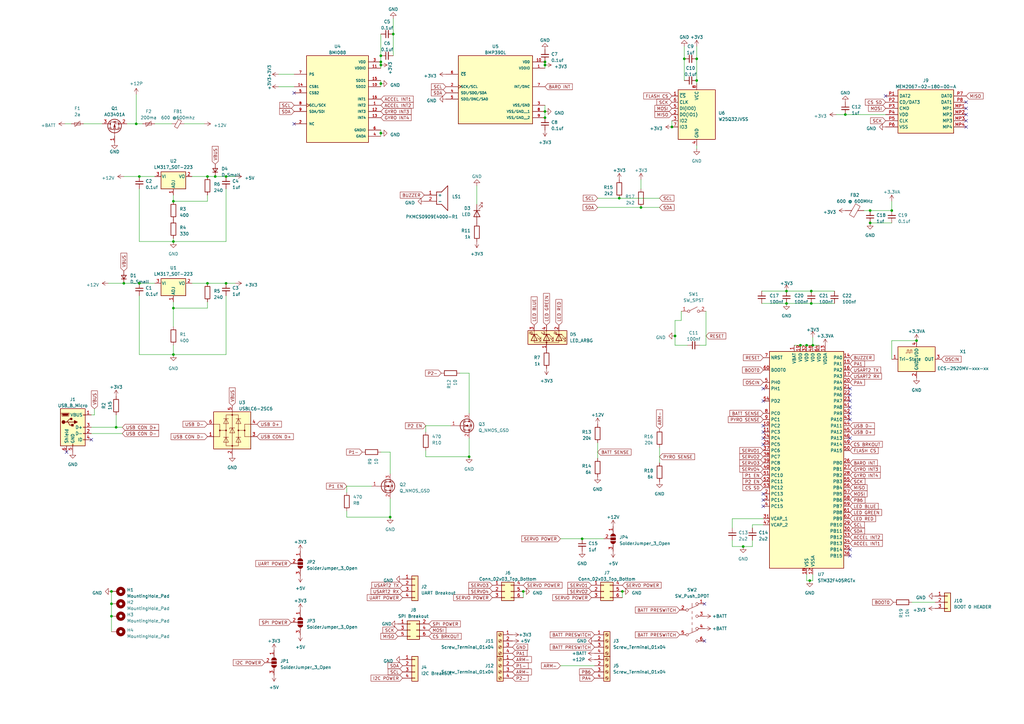
<source format=kicad_sch>
(kicad_sch (version 20230121) (generator eeschema)
  (paper "A3")
  (junction (at 214.63 242.57))
  (junction (at 88.265 72.39))
  (junction (at 285.75 24.13))
  (junction (at 275.59 52.07))
  (junction (at 57.15 72.39))
  (junction (at 223.52 26.67))
  (junction (at 332.105 238.125))
  (junction (at 255.27 242.57))
  (junction (at 161.29 13.97))
  (junction (at 322.58 119.38))
  (junction (at 254 81.28))
  (junction (at 71.12 145.415))
  (junction (at 57.15 116.205))
  (junction (at 45.72 242.57))
  (junction (at 156.21 22.86))
  (junction (at 322.58 124.46))
  (junction (at 156.21 54.61))
  (junction (at 333.375 141.605))
  (junction (at 92.71 116.205))
  (junction (at 356.87 86.36))
  (junction (at 85.09 72.39))
  (junction (at 92.71 72.39))
  (junction (at 375.92 139.7))
  (junction (at 47.625 175.26))
  (junction (at 238.76 220.98))
  (junction (at 71.12 82.55))
  (junction (at 346.71 46.99))
  (junction (at 276.86 137.795))
  (junction (at 332.74 119.38))
  (junction (at 356.87 91.44))
  (junction (at 85.09 116.205))
  (junction (at 55.88 50.8))
  (junction (at 223.52 45.72))
  (junction (at 285.75 33.02))
  (junction (at 156.21 25.4))
  (junction (at 330.835 141.605))
  (junction (at 45.72 247.65))
  (junction (at 45.72 252.73))
  (junction (at 223.52 25.4))
  (junction (at 365.76 86.36))
  (junction (at 71.12 99.06))
  (junction (at 223.52 48.26))
  (junction (at 304.8 224.155))
  (junction (at 71.12 126.365))
  (junction (at 160.02 212.09))
  (junction (at 156.21 34.29))
  (junction (at 328.295 141.605))
  (junction (at 156.21 26.67))
  (junction (at 192.405 187.325))
  (junction (at 262.89 85.09))
  (junction (at 280.67 24.13))
  (junction (at 50.8 116.205))
  (junction (at 332.74 124.46))
  (no_connect (at 348.615 169.545))
  (no_connect (at 313.055 202.565))
  (no_connect (at 313.055 205.105))
  (no_connect (at 313.055 159.385))
  (no_connect (at 348.615 172.085))
  (no_connect (at 396.24 46.99))
  (no_connect (at 313.055 177.165))
  (no_connect (at 348.615 227.965))
  (no_connect (at 348.615 167.005))
  (no_connect (at 313.055 164.465))
  (no_connect (at 396.24 49.53))
  (no_connect (at 120.65 38.1))
  (no_connect (at 120.65 50.8))
  (no_connect (at 396.24 52.07))
  (no_connect (at 348.615 164.465))
  (no_connect (at 348.615 161.925))
  (no_connect (at 396.24 41.91))
  (no_connect (at 363.22 39.37))
  (no_connect (at 37.465 180.34))
  (no_connect (at 27.305 185.42))
  (no_connect (at 396.24 44.45))
  (no_connect (at 288.925 247.65))
  (no_connect (at 313.055 179.705))
  (no_connect (at 348.615 225.425))
  (no_connect (at 348.615 159.385))
  (no_connect (at 288.925 262.89))
  (no_connect (at 313.055 174.625))
  (no_connect (at 313.055 207.645))
  (no_connect (at 313.055 182.245))
  (no_connect (at 348.615 179.705))
  (wire (pts (xy 289.56 127.635) (xy 289.56 141.605)))
  (wire (pts (xy 160.02 194.31) (xy 160.02 185.42)))
  (wire (pts (xy 223.52 26.67) (xy 223.52 27.94)))
  (wire (pts (xy 47.625 175.26) (xy 50.165 175.26)))
  (wire (pts (xy 114.3 30.48) (xy 120.65 30.48)))
  (wire (pts (xy 276.86 137.795) (xy 276.86 141.605)))
  (wire (pts (xy 276.86 137.795) (xy 276.86 131.445)))
  (wire (pts (xy 300.355 221.615) (xy 300.355 224.155)))
  (wire (pts (xy 223.52 43.18) (xy 223.52 45.72)))
  (wire (pts (xy 330.835 238.125) (xy 332.105 238.125)))
  (wire (pts (xy 142.24 212.09) (xy 160.02 212.09)))
  (wire (pts (xy 365.76 82.55) (xy 365.76 86.36)))
  (wire (pts (xy 262.89 73.66) (xy 262.89 77.47)))
  (wire (pts (xy 333.375 238.125) (xy 333.375 235.585)))
  (wire (pts (xy 71.12 80.01) (xy 71.12 82.55)))
  (wire (pts (xy 285.75 24.13) (xy 285.75 33.02)))
  (wire (pts (xy 142.24 209.55) (xy 142.24 212.09)))
  (wire (pts (xy 322.58 124.46) (xy 332.74 124.46)))
  (wire (pts (xy 192.405 187.325) (xy 192.405 179.705)))
  (wire (pts (xy 50.8 116.205) (xy 57.15 116.205)))
  (wire (pts (xy 92.71 116.205) (xy 96.52 116.205)))
  (wire (pts (xy 57.15 99.06) (xy 71.12 99.06)))
  (wire (pts (xy 37.465 177.8) (xy 50.165 177.8)))
  (wire (pts (xy 45.72 252.73) (xy 45.72 259.08)))
  (wire (pts (xy 333.375 138.43) (xy 333.375 141.605)))
  (wire (pts (xy 92.71 72.39) (xy 96.52 72.39)))
  (wire (pts (xy 192.405 153.035) (xy 188.595 153.035)))
  (wire (pts (xy 346.71 46.99) (xy 363.22 46.99)))
  (wire (pts (xy 92.71 145.415) (xy 71.12 145.415)))
  (wire (pts (xy 161.29 7.62) (xy 161.29 13.97)))
  (wire (pts (xy 38.735 167.64) (xy 38.735 170.18)))
  (wire (pts (xy 287.02 141.605) (xy 289.56 141.605)))
  (wire (pts (xy 192.405 153.035) (xy 192.405 169.545)))
  (wire (pts (xy 174.625 187.325) (xy 192.405 187.325)))
  (wire (pts (xy 156.21 53.34) (xy 156.21 54.61)))
  (wire (pts (xy 365.76 139.7) (xy 375.92 139.7)))
  (wire (pts (xy 365.76 86.36) (xy 356.87 86.36)))
  (wire (pts (xy 356.87 91.44) (xy 365.76 91.44)))
  (wire (pts (xy 325.755 141.605) (xy 328.295 141.605)))
  (wire (pts (xy 330.835 141.605) (xy 333.375 141.605)))
  (wire (pts (xy 161.29 13.97) (xy 161.29 22.86)))
  (wire (pts (xy 85.09 72.39) (xy 88.265 72.39)))
  (wire (pts (xy 229.87 220.98) (xy 238.76 220.98)))
  (wire (pts (xy 245.11 181.61) (xy 245.11 187.96)))
  (wire (pts (xy 300.355 224.155) (xy 304.8 224.155)))
  (wire (pts (xy 85.09 80.01) (xy 85.09 82.55)))
  (wire (pts (xy 47.625 170.18) (xy 47.625 175.26)))
  (wire (pts (xy 156.21 34.29) (xy 156.21 35.56)))
  (wire (pts (xy 330.835 235.585) (xy 330.835 238.125)))
  (wire (pts (xy 34.29 50.8) (xy 41.91 50.8)))
  (wire (pts (xy 160.02 185.42) (xy 156.21 185.42)))
  (wire (pts (xy 312.42 119.38) (xy 322.58 119.38)))
  (wire (pts (xy 308.61 215.265) (xy 308.61 216.535)))
  (wire (pts (xy 285.75 33.02) (xy 285.75 34.29)))
  (wire (pts (xy 57.15 121.285) (xy 57.15 145.415)))
  (wire (pts (xy 57.15 77.47) (xy 57.15 99.06)))
  (wire (pts (xy 71.12 126.365) (xy 71.12 133.985)))
  (wire (pts (xy 71.12 123.825) (xy 71.12 126.365)))
  (wire (pts (xy 174.625 184.785) (xy 174.625 187.325)))
  (wire (pts (xy 280.67 19.05) (xy 280.67 24.13)))
  (wire (pts (xy 88.265 72.39) (xy 92.71 72.39)))
  (wire (pts (xy 276.86 141.605) (xy 281.94 141.605)))
  (wire (pts (xy 313.055 212.725) (xy 300.355 212.725)))
  (wire (pts (xy 214.63 242.57) (xy 214.63 245.11)))
  (wire (pts (xy 184.785 174.625) (xy 174.625 174.625)))
  (wire (pts (xy 57.15 72.39) (xy 63.5 72.39)))
  (wire (pts (xy 85.09 116.205) (xy 92.71 116.205)))
  (wire (pts (xy 313.055 215.265) (xy 308.61 215.265)))
  (wire (pts (xy 312.42 124.46) (xy 322.58 124.46)))
  (wire (pts (xy 71.12 99.06) (xy 92.71 99.06)))
  (wire (pts (xy 262.89 85.09) (xy 270.51 85.09)))
  (wire (pts (xy 85.09 126.365) (xy 71.12 126.365)))
  (wire (pts (xy 55.88 38.735) (xy 55.88 50.8)))
  (wire (pts (xy 255.27 242.57) (xy 255.27 245.11)))
  (wire (pts (xy 57.15 145.415) (xy 71.12 145.415)))
  (wire (pts (xy 276.86 131.445) (xy 279.4 131.445)))
  (wire (pts (xy 71.12 99.06) (xy 71.12 97.79)))
  (wire (pts (xy 332.74 124.46) (xy 342.265 124.46)))
  (wire (pts (xy 75.565 50.8) (xy 83.82 50.8)))
  (wire (pts (xy 156.21 33.02) (xy 156.21 34.29)))
  (wire (pts (xy 346.71 46.99) (xy 342.9 46.99)))
  (wire (pts (xy 322.58 119.38) (xy 332.74 119.38)))
  (wire (pts (xy 92.71 121.285) (xy 92.71 145.415)))
  (wire (pts (xy 92.71 77.47) (xy 92.71 99.06)))
  (wire (pts (xy 45.72 247.65) (xy 45.72 252.73)))
  (wire (pts (xy 328.295 141.605) (xy 330.835 141.605)))
  (wire (pts (xy 245.11 85.09) (xy 262.89 85.09)))
  (wire (pts (xy 45.72 242.57) (xy 45.72 247.65)))
  (wire (pts (xy 37.465 175.26) (xy 47.625 175.26)))
  (wire (pts (xy 308.61 224.155) (xy 308.61 221.615)))
  (wire (pts (xy 229.87 273.05) (xy 243.84 273.05)))
  (wire (pts (xy 223.52 25.4) (xy 223.52 26.67)))
  (wire (pts (xy 26.67 50.8) (xy 29.21 50.8)))
  (wire (pts (xy 63.5 50.8) (xy 70.485 50.8)))
  (wire (pts (xy 50.8 72.39) (xy 57.15 72.39)))
  (wire (pts (xy 304.8 224.155) (xy 308.61 224.155)))
  (wire (pts (xy 38.735 170.18) (xy 37.465 170.18)))
  (wire (pts (xy 156.21 13.97) (xy 156.21 22.86)))
  (wire (pts (xy 156.21 26.67) (xy 156.21 27.94)))
  (wire (pts (xy 156.21 25.4) (xy 156.21 26.67)))
  (wire (pts (xy 285.75 59.69) (xy 285.75 60.96)))
  (wire (pts (xy 254 81.28) (xy 270.51 81.28)))
  (wire (pts (xy 156.21 22.86) (xy 156.21 25.4)))
  (wire (pts (xy 160.02 212.09) (xy 160.02 204.47)))
  (wire (pts (xy 238.76 220.98) (xy 247.65 220.98)))
  (wire (pts (xy 285.75 19.05) (xy 285.75 24.13)))
  (wire (pts (xy 152.4 199.39) (xy 142.24 199.39)))
  (wire (pts (xy 365.76 147.32) (xy 365.76 139.7)))
  (wire (pts (xy 85.09 82.55) (xy 71.12 82.55)))
  (wire (pts (xy 356.87 86.36) (xy 354.33 86.36)))
  (wire (pts (xy 52.07 50.8) (xy 55.88 50.8)))
  (wire (pts (xy 270.51 183.515) (xy 270.51 189.865)))
  (wire (pts (xy 195.58 76.2) (xy 195.58 83.82)))
  (wire (pts (xy 55.88 50.8) (xy 58.42 50.8)))
  (wire (pts (xy 174.625 174.625) (xy 174.625 177.165)))
  (wire (pts (xy 44.45 116.205) (xy 50.8 116.205)))
  (wire (pts (xy 374.015 247.015) (xy 383.54 247.015)))
  (wire (pts (xy 142.24 199.39) (xy 142.24 201.93)))
  (wire (pts (xy 332.74 119.38) (xy 342.265 119.38)))
  (wire (pts (xy 156.21 54.61) (xy 156.21 55.88)))
  (wire (pts (xy 333.375 141.605) (xy 335.915 141.605)))
  (wire (pts (xy 245.11 81.28) (xy 254 81.28)))
  (wire (pts (xy 275.59 49.53) (xy 275.59 52.07)))
  (wire (pts (xy 223.52 45.72) (xy 223.52 48.26)))
  (wire (pts (xy 279.4 127.635) (xy 279.4 131.445)))
  (wire (pts (xy 300.355 212.725) (xy 300.355 216.535)))
  (wire (pts (xy 332.105 238.125) (xy 333.375 238.125)))
  (wire (pts (xy 85.09 123.825) (xy 85.09 126.365)))
  (wire (pts (xy 71.12 141.605) (xy 71.12 145.415)))
  (wire (pts (xy 280.67 24.13) (xy 280.67 33.02)))
  (wire (pts (xy 114.3 35.56) (xy 120.65 35.56)))
  (wire (pts (xy 57.15 116.205) (xy 63.5 116.205)))
  (wire (pts (xy 78.74 116.205) (xy 85.09 116.205)))
  (wire (pts (xy 78.74 72.39) (xy 85.09 72.39)))
  (global_label "P2 EN" (shape input) (at 313.055 197.485 180) (property "Intersheetrefs" "${INTERSHEET_REFS}" (effects hide)))
  (global_label "SPI POWER" (shape input) (at 175.895 255.905 0) (property "Intersheetrefs" "${INTERSHEET_REFS}" (effects hide)))
  (global_label "ARM-" (shape input) (at 210.185 275.59 0) (property "Intersheetrefs" "${INTERSHEET_REFS}" (effects hide)))
  (global_label "BARO INT" (shape input) (at 223.52 35.56 0) (property "Intersheetrefs" "${INTERSHEET_REFS}" (effects hide)))
  (global_label "SERVO4" (shape input) (at 201.93 242.57 180) (property "Intersheetrefs" "${INTERSHEET_REFS}" (effects hide)))
  (global_label "SERVO3" (shape input) (at 313.055 189.865 180) (property "Intersheetrefs" "${INTERSHEET_REFS}" (effects hide)))
  (global_label "ARM-" (shape input) (at 270.51 175.895 90) (property "Intersheetrefs" "${INTERSHEET_REFS}" (effects hide)))
  (global_label "SCL" (shape input) (at 348.615 215.265 0) (property "Intersheetrefs" "${INTERSHEET_REFS}" (effects hide)))
  (global_label "OSCIN" (shape input) (at 313.055 156.845 180) (property "Intersheetrefs" "${INTERSHEET_REFS}" (effects hide)))
  (global_label "LED GREEN" (shape input) (at 224.155 133.35 90) (property "Intersheetrefs" "${INTERSHEET_REFS}" (effects hide)))
  (global_label "MISO" (shape input) (at 163.195 260.985 180) (property "Intersheetrefs" "${INTERSHEET_REFS}" (effects hide)))
  (global_label "MOSI" (shape input) (at 175.895 258.445 0) (property "Intersheetrefs" "${INTERSHEET_REFS}" (effects hide)))
  (global_label "GYRO INT3" (shape input) (at 156.21 45.72 0) (property "Intersheetrefs" "${INTERSHEET_REFS}" (effects hide)))
  (global_label "BATT PRESWITCH" (shape input) (at 278.765 250.19 180) (property "Intersheetrefs" "${INTERSHEET_REFS}" (effects hide)))
  (global_label "BOOT0" (shape input) (at 366.395 247.015 180) (property "Intersheetrefs" "${INTERSHEET_REFS}" (effects hide)))
  (global_label "USB D-" (shape input) (at 348.615 174.625 0) (property "Intersheetrefs" "${INTERSHEET_REFS}" (effects hide)))
  (global_label "LED RED" (shape input) (at 229.235 133.35 90) (property "Intersheetrefs" "${INTERSHEET_REFS}" (effects hide)))
  (global_label "PA1" (shape input) (at 348.615 149.225 0) (property "Intersheetrefs" "${INTERSHEET_REFS}" (effects hide)))
  (global_label "PA4" (shape input) (at 348.615 156.845 0) (property "Intersheetrefs" "${INTERSHEET_REFS}" (effects hide)))
  (global_label "UART POWER" (shape input) (at 165.1 245.11 180) (property "Intersheetrefs" "${INTERSHEET_REFS}" (effects hide)))
  (global_label "SCL" (shape input) (at 270.51 81.28 0) (property "Intersheetrefs" "${INTERSHEET_REFS}" (effects hide)))
  (global_label "OSCIN" (shape input) (at 386.08 147.32 0) (property "Intersheetrefs" "${INTERSHEET_REFS}" (effects hide)))
  (global_label "SDA" (shape input) (at 120.65 45.72 180) (property "Intersheetrefs" "${INTERSHEET_REFS}" (effects hide)))
  (global_label "PB6" (shape input) (at 243.84 275.59 180) (property "Intersheetrefs" "${INTERSHEET_REFS}" (effects hide)))
  (global_label "BATT PRESWITCH" (shape input) (at 243.84 260.35 180) (property "Intersheetrefs" "${INTERSHEET_REFS}" (effects hide)))
  (global_label "BATT PRESWITCH" (shape input) (at 243.84 265.43 180) (property "Intersheetrefs" "${INTERSHEET_REFS}" (effects hide)))
  (global_label "CS BRKOUT" (shape input) (at 348.615 182.245 0) (property "Intersheetrefs" "${INTERSHEET_REFS}" (effects hide)))
  (global_label "ARM-" (shape input) (at 210.185 270.51 0) (property "Intersheetrefs" "${INTERSHEET_REFS}" (effects hide)))
  (global_label "SCL" (shape input) (at 245.11 81.28 180) (property "Intersheetrefs" "${INTERSHEET_REFS}" (effects hide)))
  (global_label "USB CON D+" (shape input) (at 105.41 179.07 0) (property "Intersheetrefs" "${INTERSHEET_REFS}" (effects hide)))
  (global_label "SERVO POWER" (shape input) (at 201.93 245.11 180) (property "Intersheetrefs" "${INTERSHEET_REFS}" (effects hide)))
  (global_label "FLASH CS" (shape input) (at 348.615 184.785 0) (property "Intersheetrefs" "${INTERSHEET_REFS}" (effects hide)))
  (global_label "USB D+" (shape input) (at 348.615 177.165 0) (property "Intersheetrefs" "${INTERSHEET_REFS}" (effects hide)))
  (global_label "MISO" (shape input) (at 396.24 39.37 0) (property "Intersheetrefs" "${INTERSHEET_REFS}" (effects hide)))
  (global_label "SDA" (shape input) (at 245.11 85.09 180) (property "Intersheetrefs" "${INTERSHEET_REFS}" (effects hide)))
  (global_label "I2C POWER" (shape input) (at 108.585 271.78 180) (property "Intersheetrefs" "${INTERSHEET_REFS}" (effects hide)))
  (global_label "CS SD" (shape input) (at 313.055 200.025 180) (property "Intersheetrefs" "${INTERSHEET_REFS}" (effects hide)))
  (global_label "BUZZER" (shape input) (at 348.615 146.685 0) (property "Intersheetrefs" "${INTERSHEET_REFS}" (effects hide)))
  (global_label "VBUS" (shape input) (at 38.735 167.64 90) (property "Intersheetrefs" "${INTERSHEET_REFS}" (effects hide)))
  (global_label "FLASH CS" (shape input) (at 275.59 39.37 180) (property "Intersheetrefs" "${INTERSHEET_REFS}" (effects hide)))
  (global_label "LED BLUE" (shape input) (at 348.615 207.645 0) (property "Intersheetrefs" "${INTERSHEET_REFS}" (effects hide)))
  (global_label "MOSI" (shape input) (at 275.59 44.45 180) (property "Intersheetrefs" "${INTERSHEET_REFS}" (effects hide)))
  (global_label "SERVO2" (shape input) (at 242.57 242.57 180) (property "Intersheetrefs" "${INTERSHEET_REFS}" (effects hide)))
  (global_label "ARM-" (shape input) (at 229.87 273.05 180) (property "Intersheetrefs" "${INTERSHEET_REFS}" (effects hide)))
  (global_label "USART2 RX" (shape input) (at 165.1 242.57 180) (property "Intersheetrefs" "${INTERSHEET_REFS}" (effects hide)))
  (global_label "SERVO POWER" (shape input) (at 229.87 220.98 180) (property "Intersheetrefs" "${INTERSHEET_REFS}" (effects hide)))
  (global_label "RESET" (shape input) (at 289.56 137.795 0) (property "Intersheetrefs" "${INTERSHEET_REFS}" (effects hide)))
  (global_label "MISO" (shape input) (at 348.615 200.025 0) (property "Intersheetrefs" "${INTERSHEET_REFS}" (effects hide)))
  (global_label "SDA" (shape input) (at 270.51 85.09 0) (property "Intersheetrefs" "${INTERSHEET_REFS}" (effects hide)))
  (global_label "SCK" (shape input) (at 275.59 41.91 180) (property "Intersheetrefs" "${INTERSHEET_REFS}" (effects hide)))
  (global_label "SERVO1" (shape input) (at 313.055 184.785 180) (property "Intersheetrefs" "${INTERSHEET_REFS}" (effects hide)))
  (global_label "BUZZER" (shape input) (at 173.99 80.01 180) (property "Intersheetrefs" "${INTERSHEET_REFS}" (effects hide)))
  (global_label "LED GREEN" (shape input) (at 348.615 210.185 0) (property "Intersheetrefs" "${INTERSHEET_REFS}" (effects hide)))
  (global_label "SCK" (shape input) (at 163.195 258.445 180) (property "Intersheetrefs" "${INTERSHEET_REFS}" (effects hide)))
  (global_label "USB CON D-" (shape input) (at 50.165 177.8 0) (property "Intersheetrefs" "${INTERSHEET_REFS}" (effects hide)))
  (global_label "SPI POWER" (shape input) (at 119.38 255.27 180) (property "Intersheetrefs" "${INTERSHEET_REFS}" (effects hide)))
  (global_label "VBUS" (shape input) (at 88.265 67.31 90) (property "Intersheetrefs" "${INTERSHEET_REFS}" (effects hide)))
  (global_label "SCL" (shape input) (at 182.88 35.56 180) (property "Intersheetrefs" "${INTERSHEET_REFS}" (effects hide)))
  (global_label "SCK" (shape input) (at 348.615 197.485 0) (property "Intersheetrefs" "${INTERSHEET_REFS}" (effects hide)))
  (global_label "USB CON D-" (shape input) (at 85.09 179.07 180) (property "Intersheetrefs" "${INTERSHEET_REFS}" (effects hide)))
  (global_label "USB CON D+" (shape input) (at 50.165 175.26 0) (property "Intersheetrefs" "${INTERSHEET_REFS}" (effects hide)))
  (global_label "GYRO INT3" (shape input) (at 348.615 192.405 0) (property "Intersheetrefs" "${INTERSHEET_REFS}" (effects hide)))
  (global_label "USB D-" (shape input) (at 85.09 173.99 180) (property "Intersheetrefs" "${INTERSHEET_REFS}" (effects hide)))
  (global_label "VBUS" (shape input) (at 95.25 166.37 90) (property "Intersheetrefs" "${INTERSHEET_REFS}" (effects hide)))
  (global_label "P2-" (shape input) (at 180.975 153.035 180) (property "Intersheetrefs" "${INTERSHEET_REFS}" (effects hide)))
  (global_label "USART2 RX" (shape input) (at 348.615 154.305 0) (property "Intersheetrefs" "${INTERSHEET_REFS}" (effects hide)))
  (global_label "LED RED" (shape input) (at 348.615 212.725 0) (property "Intersheetrefs" "${INTERSHEET_REFS}" (effects hide)))
  (global_label "BATT PRESWITCH" (shape input) (at 278.765 260.35 180) (property "Intersheetrefs" "${INTERSHEET_REFS}" (effects hide)))
  (global_label "ACCEL INT1" (shape input) (at 156.21 40.64 0) (property "Intersheetrefs" "${INTERSHEET_REFS}" (effects hide)))
  (global_label "P1 EN" (shape input) (at 142.24 199.39 180) (property "Intersheetrefs" "${INTERSHEET_REFS}" (effects hide)))
  (global_label "BATT SENSE" (shape input) (at 245.11 185.42 0) (property "Intersheetrefs" "${INTERSHEET_REFS}" (effects hide)))
  (global_label "SDA" (shape input) (at 182.88 38.1 180) (property "Intersheetrefs" "${INTERSHEET_REFS}" (effects hide)))
  (global_label "ACCEL INT1" (shape input) (at 348.615 222.885 0) (property "Intersheetrefs" "${INTERSHEET_REFS}" (effects hide)))
  (global_label "UART POWER" (shape input) (at 119.38 231.14 180) (property "Intersheetrefs" "${INTERSHEET_REFS}" (effects hide)))
  (global_label "PA1" (shape input) (at 210.185 267.97 0) (property "Intersheetrefs" "${INTERSHEET_REFS}" (effects hide)))
  (global_label "PYRO SENSE" (shape input) (at 313.055 172.085 180) (property "Intersheetrefs" "${INTERSHEET_REFS}" (effects hide)))
  (global_label "VBUS" (shape input) (at 50.8 111.125 90) (property "Intersheetrefs" "${INTERSHEET_REFS}" (effects hide)))
  (global_label "GYRO INT4" (shape input) (at 156.21 48.26 0) (property "Intersheetrefs" "${INTERSHEET_REFS}" (effects hide)))
  (global_label "ACCEL INT2" (shape input) (at 156.21 43.18 0) (property "Intersheetrefs" "${INTERSHEET_REFS}" (effects hide)))
  (global_label "SERVO POWER" (shape input) (at 255.27 240.03 0) (property "Intersheetrefs" "${INTERSHEET_REFS}" (effects hide)))
  (global_label "P1-" (shape input) (at 148.59 185.42 180) (property "Intersheetrefs" "${INTERSHEET_REFS}" (effects hide)))
  (global_label "SERVO POWER" (shape input) (at 242.57 245.11 180) (property "Intersheetrefs" "${INTERSHEET_REFS}" (effects hide)))
  (global_label "P2-" (shape input) (at 210.185 278.13 0) (property "Intersheetrefs" "${INTERSHEET_REFS}" (effects hide)))
  (global_label "RESET" (shape input) (at 313.055 146.685 180) (property "Intersheetrefs" "${INTERSHEET_REFS}" (effects hide)))
  (global_label "PYRO SENSE" (shape input) (at 270.51 187.325 0) (property "Intersheetrefs" "${INTERSHEET_REFS}" (effects hide)))
  (global_label "P1 EN" (shape input) (at 313.055 194.945 180) (property "Intersheetrefs" "${INTERSHEET_REFS}" (effects hide)))
  (global_label "GYRO INT4" (shape input) (at 348.615 194.945 0) (property "Intersheetrefs" "${INTERSHEET_REFS}" (effects hide)))
  (global_label "SERVO POWER" (shape input) (at 214.63 240.03 0) (property "Intersheetrefs" "${INTERSHEET_REFS}" (effects hide)))
  (global_label "CS SD" (shape input) (at 363.22 41.91 180) (property "Intersheetrefs" "${INTERSHEET_REFS}" (effects hide)))
  (global_label "LED BLUE" (shape input) (at 219.075 133.35 90) (property "Intersheetrefs" "${INTERSHEET_REFS}" (effects hide)))
  (global_label "USART2 TX" (shape input) (at 165.1 240.03 180) (property "Intersheetrefs" "${INTERSHEET_REFS}" (effects hide)))
  (global_label "SCL" (shape input) (at 120.65 43.18 180) (property "Intersheetrefs" "${INTERSHEET_REFS}" (effects hide)))
  (global_label "MISO" (shape input) (at 275.59 46.99 180) (property "Intersheetrefs" "${INTERSHEET_REFS}" (effects hide)))
  (global_label "ACCEL INT2" (shape input) (at 348.615 220.345 0) (property "Intersheetrefs" "${INTERSHEET_REFS}" (effects hide)))
  (global_label "P2 EN" (shape input) (at 174.625 174.625 180) (property "Intersheetrefs" "${INTERSHEET_REFS}" (effects hide)))
  (global_label "P1-" (shape input) (at 210.185 273.05 0) (property "Intersheetrefs" "${INTERSHEET_REFS}" (effects hide)))
  (global_label "SDA" (shape input) (at 165.1 273.05 180) (property "Intersheetrefs" "${INTERSHEET_REFS}" (effects hide)))
  (global_label "BARO INT" (shape input) (at 348.615 189.865 0) (property "Intersheetrefs" "${INTERSHEET_REFS}" (effects hide)))
  (global_label "SDA" (shape input) (at 348.615 217.805 0) (property "Intersheetrefs" "${INTERSHEET_REFS}" (effects hide)))
  (global_label "SERVO1" (shape input) (at 242.57 240.03 180) (property "Intersheetrefs" "${INTERSHEET_REFS}" (effects hide)))
  (global_label "GND" (shape input) (at 210.185 265.43 0) (property "Intersheetrefs" "${INTERSHEET_REFS}" (effects hide)))
  (global_label "MOSI" (shape input) (at 363.22 44.45 180) (property "Intersheetrefs" "${INTERSHEET_REFS}" (effects hide)))
  (global_label "SCL" (shape input) (at 165.1 275.59 180) (property "Intersheetrefs" "${INTERSHEET_REFS}" (effects hide)))
  (global_label "BOOT0" (shape input) (at 313.055 151.765 180) (property "Intersheetrefs" "${INTERSHEET_REFS}" (effects hide)))
  (global_label "SERVO3" (shape input) (at 201.93 240.03 180) (property "Intersheetrefs" "${INTERSHEET_REFS}" (effects hide)))
  (global_label "PB6" (shape input) (at 348.615 205.105 0) (property "Intersheetrefs" "${INTERSHEET_REFS}" (effects hide)))
  (global_label "PA4" (shape input) (at 243.84 278.13 180) (property "Intersheetrefs" "${INTERSHEET_REFS}" (effects hide)))
  (global_label "SERVO2" (shape input) (at 313.055 187.325 180) (property "Intersheetrefs" "${INTERSHEET_REFS}" (effects hide)))
  (global_label "SCK" (shape input) (at 363.22 49.53 180) (property "Intersheetrefs" "${INTERSHEET_REFS}" (effects hide)))
  (global_label "BATT SENSE" (shape input) (at 313.055 169.545 180) (property "Intersheetrefs" "${INTERSHEET_REFS}" (effects hide)))
  (global_label "USART2 TX" (shape input) (at 348.615 151.765 0) (property "Intersheetrefs" "${INTERSHEET_REFS}" (effects hide)))
  (global_label "USB D+" (shape input) (at 105.41 173.99 0) (property "Intersheetrefs" "${INTERSHEET_REFS}" (effects hide)))
  (global_label "SERVO4" (shape input) (at 313.055 192.405 180) (property "Intersheetrefs" "${INTERSHEET_REFS}" (effects hide)))
  (global_label "CS BRKOUT" (shape input) (at 175.895 260.985 0) (property "Intersheetrefs" "${INTERSHEET_REFS}" (effects hide)))
  (global_label "MOSI" (shape input) (at 348.615 202.565 0) (property "Intersheetrefs" "${INTERSHEET_REFS}" (effects hide)))
  (global_label "I2C POWER" (shape input) (at 165.1 278.13 180) (property "Intersheetrefs" "${INTERSHEET_REFS}" (effects hide)))
  (symbol (lib_id "Device:R") (at 71.12 137.795 0) (unit 1)
    (property "Reference" "R1" (at 73.66 137.16 0) (effects (justify left)))
    (property "Value" "400" (at 73.66 139.7 0) (effects (justify left)))
    (property "Footprint" "Resistor_SMD:R_0603_1608Metric" (effects hide))
  )
  (symbol (lib_id "power:+5V") (at 112.395 276.86 180) (unit 1)
    (property "Reference" "#PWR014" (effects hide))
    (property "Value" "+5V" (at 112.395 281.94 0))
  )
  (symbol (lib_id "power:GND") (at 156.21 54.61 90) (unit 1)
    (property "Reference" "#PWR025" (effects hide))
    (property "Value" "GND" (at 160.02 55.245 90) (effects (justify right)))
  )
  (symbol (lib_id "power:+3V3") (at 210.185 260.35 270) (unit 1)
    (property "Reference" "#PWR037" (effects hide))
    (property "Value" "+3V3" (at 212.725 260.35 90) (effects (justify left)))
  )
  (symbol (lib_id "Device:C_Small") (at 312.42 121.92 180) (unit 1)
    (property "Reference" "C17" (at 315.595 121.2786 0) (effects (justify right)))
    (property "Value" "100nf" (at 315.595 123.8186 0) (effects (justify right)))
    (property "Footprint" "Capacitor_SMD:C_0603_1608Metric" (effects hide))
  )
  (symbol (lib_id "Device:C_Small") (at 223.52 50.8 180) (unit 1)
    (property "Reference" "C8" (at 226.06 50.1586 0) (effects (justify right)))
    (property "Value" "0.1uf" (at 226.06 52.6986 0) (effects (justify right)))
    (property "Footprint" "Capacitor_SMD:C_0603_1608Metric" (effects hide))
  )
  (symbol (lib_id "power:GND") (at 383.54 244.475 270) (unit 1)
    (property "Reference" "#PWR073" (effects hide))
    (property "Value" "GND" (at 379.73 245.11 90) (effects (justify right)))
  )
  (symbol (lib_id "Connector_Generic:Conn_02x03_Odd_Even") (at 168.275 258.445 0) (unit 1)
    (property "Reference" "J8" (at 169.545 250.19 0))
    (property "Value" "SPI Breakout" (at 169.545 252.73 0))
    (property "Footprint" "Connector_PinHeader_2.54mm:PinHeader_2x03_P2.54mm_Vertical" (effects hide))
  )
  (symbol (lib_id "Device:R") (at 224.155 147.32 0) (mirror y) (unit 1)
    (property "Reference" "R7" (at 221.615 146.685 0) (effects (justify left)))
    (property "Value" "1k" (at 221.615 149.225 0) (effects (justify left)))
    (property "Footprint" "Resistor_SMD:R_0603_1608Metric" (effects hide))
  )
  (symbol (lib_id "power:GND") (at 182.88 40.64 270) (unit 1)
    (property "Reference" "#PWR033" (effects hide))
    (property "Value" "GND" (at 179.07 41.275 90) (effects (justify right)))
  )
  (symbol (lib_id "Device:Polyfuse_Small") (at 31.75 50.8 90) (unit 1)
    (property "Reference" "F1" (at 31.75 44.45 90))
    (property "Value" "2a" (at 31.75 46.99 90))
    (property "Footprint" "Fuse:Fuse_1206_3216Metric" (effects hide))
  )
  (symbol (lib_id "power:+3V3") (at 254 73.66 0) (unit 1)
    (property "Reference" "#PWR050" (effects hide))
    (property "Value" "+3V3" (at 254 69.85 0))
  )
  (symbol (lib_id "power:+3V3") (at 285.75 19.05 0) (unit 1)
    (property "Reference" "#PWR056" (effects hide))
    (property "Value" "+3V3" (at 285.75 15.24 0))
  )
  (symbol (lib_id "Switch:SW_Push_DPDT") (at 283.845 255.27 0) (unit 1)
    (property "Reference" "SW2" (at 283.845 241.935 0))
    (property "Value" "SW_Push_DPDT" (at 283.845 244.475 0))
    (property "Footprint" "SamacSys_Parts:JS202011SCQN" (effects hide))
  )
  (symbol (lib_id "power:+12P") (at 55.88 38.735 0) (unit 1)
    (property "Reference" "#PWR078" (effects hide))
    (property "Value" "+12P" (at 55.88 34.29 0))
  )
  (symbol (lib_id "power:GND") (at 214.63 242.57 90) (unit 1)
    (property "Reference" "#PWR039" (effects hide))
    (property "Value" "GND" (at 218.44 243.205 90) (effects (justify right)))
  )
  (symbol (lib_id "Connector_Generic:Conn_01x03") (at 388.62 247.015 0) (unit 1)
    (property "Reference" "J10" (at 391.16 246.38 0) (effects (justify left)))
    (property "Value" "BOOT 0 HEADER" (at 391.16 248.92 0) (effects (justify left)))
    (property "Footprint" "Connector_PinHeader_2.54mm:PinHeader_1x03_P2.54mm_Vertical" (effects hide))
  )
  (symbol (lib_id "power:GND") (at 243.84 262.89 270) (unit 1)
    (property "Reference" "#PWR045" (effects hide))
    (property "Value" "GND" (at 240.665 262.89 90) (effects (justify right)))
  )
  (symbol (lib_id "Device:C_Small") (at 92.71 118.745 0) (unit 1)
    (property "Reference" "C3" (at 95.25 118.1163 0) (effects (justify left)))
    (property "Value" "1uf" (at 95.25 120.6563 0) (effects (justify left)))
    (property "Footprint" "Capacitor_SMD:C_0805_2012Metric" (effects hide))
  )
  (symbol (lib_id "Regulator_Linear:LM317_SOT-223") (at 71.12 116.205 0) (unit 1)
    (property "Reference" "U1" (at 71.12 109.855 0))
    (property "Value" "LM317_SOT-223" (at 71.12 112.395 0))
    (property "Footprint" "Package_TO_SOT_SMD:SOT-223-3_TabPin2" (effects hide))
    (property "Datasheet" "http://www.ti.com/lit/ds/symlink/lm317.pdf" (effects hide))
  )
  (symbol (lib_id "power:+3V3") (at 322.58 119.38 0) (unit 1)
    (property "Reference" "#PWR065" (effects hide))
    (property "Value" "+3V3" (at 322.58 116.205 0))
  )
  (symbol (lib_id "Device:C_Small") (at 356.87 88.9 180) (unit 1)
    (property "Reference" "C18" (at 359.41 88.2586 0) (effects (justify right)))
    (property "Value" "1uf" (at 359.41 90.7986 0) (effects (justify right)))
    (property "Footprint" "Capacitor_SMD:C_0603_1608Metric" (effects hide))
  )
  (symbol (lib_id "Device:LED_ARBG") (at 224.155 138.43 270) (unit 1)
    (property "Reference" "D5" (at 233.68 137.16 90) (effects (justify left)))
    (property "Value" "LED_ARBG" (at 233.68 139.7 90) (effects (justify left)))
    (property "Footprint" "LED_SMD:LED_Cree-PLCC4_2x2mm_CW" (effects hide))
  )
  (symbol (lib_id "Device:R") (at 195.58 95.25 0) (mirror y) (unit 1)
    (property "Reference" "R11" (at 193.04 94.615 0) (effects (justify left)))
    (property "Value" "1k" (at 193.04 97.155 0) (effects (justify left)))
    (property "Footprint" "Resistor_SMD:R_0603_1608Metric" (effects hide))
  )
  (symbol (lib_id "power:GND") (at 363.22 52.07 270) (unit 1)
    (property "Reference" "#PWR069" (effects hide))
    (property "Value" "GND" (at 359.41 52.705 90) (effects (justify right)))
  )
  (symbol (lib_id "power:GND") (at 29.845 185.42 0) (unit 1)
    (property "Reference" "#PWR06" (effects hide))
    (property "Value" "GND" (at 29.845 190.5 0))
  )
  (symbol (lib_id "power:GND") (at 375.92 154.94 0) (unit 1)
    (property "Reference" "#PWR052" (effects hide))
    (property "Value" "GND" (at 375.92 160.02 0))
  )
  (symbol (lib_id "power:+3.3VA") (at 365.76 82.55 0) (unit 1)
    (property "Reference" "#PWR070" (effects hide))
    (property "Value" "+3.3VA" (at 365.76 78.74 0))
  )
  (symbol (lib_id "power:+5V") (at 123.19 236.22 180) (unit 1)
    (property "Reference" "#PWR019" (effects hide))
    (property "Value" "+5V" (at 123.19 241.3 0))
  )
  (symbol (lib_id "power:+3V3") (at 195.58 99.06 180) (unit 1)
    (property "Reference" "#PWR035" (effects hide))
    (property "Value" "+3V3" (at 195.58 104.14 0))
  )
  (symbol (lib_id "power:GND") (at 245.11 195.58 0) (unit 1)
    (property "Reference" "#PWR047" (effects hide))
    (property "Value" "GND" (at 245.11 200.66 0))
  )
  (symbol (lib_id "Device:C_Small") (at 300.355 219.075 0) (unit 1)
    (property "Reference" "C13" (at 302.895 218.4463 0) (effects (justify left)))
    (property "Value" "2u2" (at 302.895 220.9863 0) (effects (justify left)))
    (property "Footprint" "Capacitor_SMD:C_0603_1608Metric" (effects hide))
  )
  (symbol (lib_id "Connector:Screw_Terminal_01x04") (at 248.92 273.05 0) (unit 1)
    (property "Reference" "J5" (at 251.46 273.05 0) (effects (justify left)))
    (property "Value" "Screw_Terminal_01x04" (at 251.46 275.59 0) (effects (justify left)))
    (property "Footprint" "TerminalBlock:TerminalBlock_bornier-4_P5.08mm" (effects hide))
  )
  (symbol (lib_id "power:GND") (at 173.99 82.55 270) (unit 1)
    (property "Reference" "#PWR031" (effects hide))
    (property "Value" "GND" (at 170.18 83.185 90) (effects (justify right)))
  )
  (symbol (lib_id "Device:Q_NMOS_GSD") (at 157.48 199.39 0) (unit 1)
    (property "Reference" "Q2" (at 163.83 198.755 0) (effects (justify left)))
    (property "Value" "Q_NMOS_GSD" (at 163.83 201.295 0) (effects (justify left)))
    (property "Footprint" "Package_TO_SOT_SMD:SOT-23-3" (effects hide))
  )
  (symbol (lib_id "power:GND") (at 165.1 270.51 270) (unit 1)
    (property "Reference" "#PWR030" (effects hide))
    (property "Value" "GND" (at 161.29 271.145 90) (effects (justify right)))
  )
  (symbol (lib_id "power:GND") (at 276.86 137.795 270) (unit 1)
    (property "Reference" "#PWR058" (effects hide))
    (property "Value" "GND" (at 273.05 138.43 90) (effects (justify right)))
  )
  (symbol (lib_id "power:+12V") (at 245.11 173.99 0) (unit 1)
    (property "Reference" "#PWR046" (effects hide))
    (property "Value" "+12V" (at 245.11 170.18 0))
  )
  (symbol (lib_id "Device:D_Small") (at 50.8 113.665 90) (unit 1)
    (property "Reference" "D1" (at 53.34 113.03 90) (effects (justify right)))
    (property "Value" "D_Small" (at 53.34 115.57 90) (effects (justify right)))
    (property "Footprint" "Diode_SMD:D_0805_2012Metric" (effects hide))
    (property "Sim.Device" "D" (effects hide))
    (property "Sim.Pins" "1=K 2=A" (effects hide))
  )
  (symbol (lib_id "Device:R") (at 270.51 179.705 0) (mirror y) (unit 1)
    (property "Reference" "R16" (at 267.97 179.07 0) (effects (justify left)))
    (property "Value" "20k" (at 267.97 181.61 0) (effects (justify left)))
    (property "Footprint" "Resistor_SMD:R_0603_1608Metric" (effects hide))
  )
  (symbol (lib_id "power:+12V") (at 251.46 215.9 0) (unit 1)
    (property "Reference" "#PWR048" (effects hide))
    (property "Value" "+12V" (at 251.46 212.09 0))
  )
  (symbol (lib_id "power:+3V3") (at 224.155 151.13 180) (unit 1)
    (property "Reference" "#PWR022" (effects hide))
    (property "Value" "+3V3" (at 224.155 156.21 0))
  )
  (symbol (lib_id "Device:C_Small") (at 57.15 74.93 0) (unit 1)
    (property "Reference" "C2" (at 59.69 74.3013 0) (effects (justify left)))
    (property "Value" "0.1uf" (at 59.69 76.8413 0) (effects (justify left)))
    (property "Footprint" "Capacitor_SMD:C_0805_2012Metric" (effects hide))
  )
  (symbol (lib_id "Switch:SW_SPST") (at 284.48 127.635 0) (unit 1)
    (property "Reference" "SW1" (at 284.48 120.65 0))
    (property "Value" "SW_SPST" (at 284.48 123.19 0))
    (property "Footprint" "Button_Switch_SMD:SW_SPST_CK_RS282G05A3" (effects hide))
  )
  (symbol (lib_id "power:GND") (at 165.1 237.49 270) (unit 1)
    (property "Reference" "#PWR028" (effects hide))
    (property "Value" "GND" (at 161.29 238.125 90) (effects (justify right)))
  )
  (symbol (lib_id "power:+3V3") (at 182.88 30.48 90) (unit 1)
    (property "Reference" "#PWR032" (effects hide))
    (property "Value" "+3V3" (at 179.07 31.115 90) (effects (justify left)))
  )
  (symbol (lib_id "power:+12V") (at 83.82 50.8 270) (unit 1)
    (property "Reference" "#PWR07" (effects hide))
    (property "Value" "+12V" (at 87.63 51.435 90) (effects (justify left)))
  )
  (symbol (lib_id "power:GND") (at 285.75 60.96 0) (unit 1)
    (property "Reference" "#PWR057" (effects hide))
    (property "Value" "GND" (at 285.75 66.04 0))
  )
  (symbol (lib_id "Device:R") (at 254 77.47 0) (mirror y) (unit 1)
    (property "Reference" "R15" (at 251.46 76.835 0) (effects (justify left)))
    (property "Value" "2k2" (at 251.46 79.375 0) (effects (justify left)))
    (property "Footprint" "Resistor_SMD:R_0603_1608Metric" (effects hide))
  )
  (symbol (lib_id "Device:R") (at 71.12 86.36 0) (unit 1)
    (property "Reference" "R3" (at 73.66 85.725 0) (effects (justify left)))
    (property "Value" "400" (at 73.66 88.265 0) (effects (justify left)))
    (property "Footprint" "Resistor_SMD:R_0603_1608Metric_Pad0.98x0.95mm_HandSolder" (effects hide))
  )
  (symbol (lib_id "Device:C_Small") (at 223.52 22.86 180) (unit 1)
    (property "Reference" "C7" (at 226.06 22.2186 0) (effects (justify right)))
    (property "Value" "0.1uf" (at 226.06 24.7586 0) (effects (justify right)))
    (property "Footprint" "Capacitor_SMD:C_0603_1608Metric" (effects hide))
  )
  (symbol (lib_id "power:+3V3") (at 112.395 266.7 0) (unit 1)
    (property "Reference" "#PWR013" (effects hide))
    (property "Value" "+3V3" (at 112.395 262.89 0))
  )
  (symbol (lib_id "power:+5V") (at 210.185 262.89 270) (unit 1)
    (property "Reference" "#PWR076" (effects hide))
    (property "Value" "+5V" (at 213.36 262.89 90) (effects (justify left)))
  )
  (symbol (lib_id "Memory_Flash:W25Q32JVSS") (at 285.75 46.99 0) (unit 1)
    (property "Reference" "U6" (at 294.64 46.355 0) (effects (justify left)))
    (property "Value" "W25Q32JVSS" (at 294.64 48.895 0) (effects (justify left)))
    (property "Footprint" "Package_SO:SOIC-8_5.23x5.23mm_P1.27mm" (effects hide))
    (property "Datasheet" "http://www.winbond.com/resource-files/w25q32jv%20revg%2003272018%20plus.pdf" (effects hide))
  )
  (symbol (lib_id "Connector:Screw_Terminal_01x04") (at 248.92 262.89 0) (unit 1)
    (property "Reference" "J3" (at 251.46 262.89 0) (effects (justify left)))
    (property "Value" "Screw_Terminal_01x04" (at 251.46 265.43 0) (effects (justify left)))
    (property "Footprint" "TerminalBlock:TerminalBlock_bornier-4_P5.08mm" (effects hide))
  )
  (symbol (lib_id "power:GND") (at 156.21 34.29 90) (unit 1)
    (property "Reference" "#PWR024" (effects hide))
    (property "Value" "GND" (at 160.02 34.925 90) (effects (justify right)))
  )
  (symbol (lib_id "power:+3V3") (at 223.52 26.67 270) (unit 1)
    (property "Reference" "#PWR041" (effects hide))
    (property "Value" "+3V3" (at 227.33 27.305 90) (effects (justify left)))
  )
  (symbol (lib_id "SamacSys_Parts:PKMCS0909E4000-R1") (at 173.99 80.01 0) (unit 1)
    (property "Reference" "LS1" (at 185.42 80.645 0) (effects (justify left)))
    (property "Value" "PKMCS0909E4000-R1" (at 166.37 88.9 0) (effects (justify left)))
    (property "Footprint" "SamacSys_Parts:PKMCS0909E4000R1" (effects hide))
    (property "Datasheet" "http://www.murata.com/~/media/webrenewal/products/sound/sounder/vppt-buzj083-d.ashx" (effects hide))
    (property "Height" "1.9" (effects hide))
    (property "Mouser Part Number" "81-PKMCS0909E4000-R1" (effects hide))
    (property "Mouser Price/Stock" "https://www.mouser.co.uk/ProductDetail/Murata-Electronics/PKMCS0909E4000-R1?qs=YqJ97pz8ambMt2Tf4F1Kig%3D%3D" (effects hide))
    (property "Manufacturer_Name" "Murata Electronics" (effects hide))
    (property "Manufacturer_Part_Number" "PKMCS0909E4000-R1" (effects hide))
  )
  (symbol (lib_id "Device:R") (at 85.09 120.015 0) (unit 1)
    (property "Reference" "R5" (at 87.63 119.38 0) (effects (justify left)))
    (property "Value" "240" (at 87.63 121.92 0) (effects (justify left)))
    (property "Footprint" "Resistor_SMD:R_0603_1608Metric_Pad0.98x0.95mm_HandSolder" (effects hide))
  )
  (symbol (lib_id "Device:C_Small") (at 346.71 44.45 0) (unit 1)
    (property "Reference" "C12" (at 349.25 43.8213 0) (effects (justify left)))
    (property "Value" "1uf" (at 349.25 46.3613 0) (effects (justify left)))
    (property "Footprint" "Capacitor_SMD:C_0603_1608Metric" (effects hide))
  )
  (symbol (lib_id "power:GND") (at 304.8 224.155 0) (unit 1)
    (property "Reference" "#PWR059" (effects hide))
    (property "Value" "GND" (at 304.8 229.235 0))
  )
  (symbol (lib_id "Device:R") (at 71.12 93.98 0) (unit 1)
    (property "Reference" "R4" (at 73.66 93.345 0) (effects (justify left)))
    (property "Value" "330" (at 73.66 95.885 0) (effects (justify left)))
    (property "Footprint" "Resistor_SMD:R_0603_1608Metric_Pad0.98x0.95mm_HandSolder" (effects hide))
  )
  (symbol (lib_id "power:GND") (at 192.405 187.325 0) (unit 1)
    (property "Reference" "#PWR036" (effects hide))
    (property "Value" "GND" (at 192.405 192.405 0))
  )
  (symbol (lib_id "Power_Protection:USBLC6-2SC6") (at 95.25 176.53 0) (unit 1)
    (property "Reference" "U3" (at 97.8917 165.1 0) (effects (justify left)))
    (property "Value" "USBLC6-2SC6" (at 97.8917 167.64 0) (effects (justify left)))
    (property "Footprint" "Package_TO_SOT_SMD:SOT-23-6" (effects hide))
    (property "Datasheet" "https://www.st.com/resource/en/datasheet/usblc6-2.pdf" (effects hide))
  )
  (symbol (lib_id "power:+3V3") (at 383.54 249.555 90) (unit 1)
    (property "Reference" "#PWR074" (effects hide))
    (property "Value" "+3V3" (at 379.73 250.19 90) (effects (justify left)))
  )
  (symbol (lib_id "SamacSys_Parts:MEM2067-02-180-00-A") (at 363.22 39.37 0) (unit 1)
    (property "Reference" "J9" (at 379.73 33.02 0))
    (property "Value" "MEM2067-02-180-00-A" (at 379.73 35.56 0))
    (property "Footprint" "SamacSys_Parts:MEM20670218000A" (effects hide))
    (property "Datasheet" "https://gct.co/files/drawings/mem2067.pdf" (effects hide))
    (property "Height" "1.95" (effects hide))
    (property "Mouser Part Number" "640-MEM20670218000A" (effects hide))
    (property "Mouser Price/Stock" "https://www.mouser.co.uk/ProductDetail/GCT/MEM2067-02-180-00-A?qs=KUoIvG%2F9IlYTw%2Fcc1GlNJA%3D%3D" (effects hide))
    (property "Manufacturer_Name" "GCT (GLOBAL CONNECTOR TECHNOLOGY)" (effects hide))
    (property "Manufacturer_Part_Number" "MEM2067-02-180-00-A" (effects hide))
  )
  (symbol (lib_id "Mechanical:MountingHole_Pad") (at 48.26 242.57 270) (unit 1)
    (property "Reference" "H1" (at 52.07 241.935 90) (effects (justify left)))
    (property "Value" "MountingHole_Pad" (at 52.07 244.475 90) (effects (justify left)))
    (property "Footprint" "MountingHole:MountingHole_3.2mm_M3_DIN965_Pad" (effects hide))
  )
  (symbol (lib_id "Device:C_Small") (at 283.21 24.13 90) (unit 1)
    (property "Reference" "C9" (at 283.2163 19.05 90))
    (property "Value" "1uf" (at 283.2163 21.59 90))
    (property "Footprint" "Capacitor_SMD:C_0603_1608Metric" (effects hide))
  )
  (symbol (lib_id "Connector_Generic:Conn_01x04") (at 170.18 273.05 0) (unit 1)
    (property "Reference" "J4" (at 172.72 273.685 0) (effects (justify left)))
    (property "Value" "I2C Breakout" (at 172.72 276.225 0) (effects (justify left)))
    (property "Footprint" "Connector_PinHeader_2.54mm:PinHeader_1x04_P2.54mm_Vertical" (effects hide))
  )
  (symbol (lib_id "power:GND") (at 95.25 186.69 0) (unit 1)
    (property "Reference" "#PWR015" (effects hide))
    (property "Value" "GND" (at 95.25 191.77 0))
  )
  (symbol (lib_id "Regulator_Linear:LM317_SOT-223") (at 71.12 72.39 0) (unit 1)
    (property "Reference" "U2" (at 71.12 66.04 0))
    (property "Value" "LM317_SOT-223" (at 71.12 68.58 0))
    (property "Footprint" "Package_TO_SOT_SMD:SOT-223-3_TabPin2" (effects hide))
    (property "Datasheet" "http://www.ti.com/lit/ds/symlink/lm317.pdf" (effects hide))
  )
  (symbol (lib_id "Transistor_FET:AO3401A") (at 46.99 53.34 90) (unit 1)
    (property "Reference" "Q1" (at 46.99 44.45 90))
    (property "Value" "AO3401A" (at 46.99 46.99 90))
    (property "Footprint" "Package_TO_SOT_SMD:SOT-23-3" (effects hide))
    (property "Datasheet" "http://www.aosmd.com/pdfs/datasheet/AO3401A.pdf" (effects hide))
  )
  (symbol (lib_id "power:GND") (at 160.02 212.09 0) (unit 1)
    (property "Reference" "#PWR026" (effects hide))
    (property "Value" "GND" (at 160.02 217.17 0))
  )
  (symbol (lib_id "power:+5V") (at 96.52 72.39 270) (unit 1)
    (property "Reference" "#PWR012" (effects hide))
    (property "Value" "+5V" (at 100.33 73.025 90) (effects (justify left)))
  )
  (symbol (lib_id "power:+12V") (at 44.45 116.205 90) (unit 1)
    (property "Reference" "#PWR02" (effects hide))
    (property "Value" "+12V" (at 40.64 116.84 90) (effects (justify left)))
  )
  (symbol (lib_id "Connector_Generic:Conn_01x04") (at 170.18 240.03 0) (unit 1)
    (property "Reference" "J2" (at 172.72 240.665 0) (effects (justify left)))
    (property "Value" "UART Breakout" (at 172.72 243.205 0) (effects (justify left)))
    (property "Footprint" "Connector_PinHeader_2.54mm:PinHeader_1x04_P2.54mm_Vertical" (effects hide))
  )
  (symbol (lib_id "power:+5V") (at 123.19 260.35 180) (unit 1)
    (property "Reference" "#PWR021" (effects hide))
    (property "Value" "+5V" (at 123.19 265.43 0))
  )
  (symbol (lib_id "Device:R") (at 85.09 76.2 0) (unit 1)
    (property "Reference" "R6" (at 87.63 75.565 0) (effects (justify left)))
    (property "Value" "240" (at 87.63 78.105 0) (effects (justify left)))
    (property "Footprint" "Resistor_SMD:R_0603_1608Metric_Pad0.98x0.95mm_HandSolder" (effects hide))
  )
  (symbol (lib_id "Device:R") (at 262.89 81.28 0) (mirror y) (unit 1)
    (property "Reference" "R17" (at 260.35 80.645 0) (effects (justify left)))
    (property "Value" "2k2" (at 260.35 83.185 0) (effects (justify left)))
    (property "Footprint" "Resistor_SMD:R_0603_1608Metric" (effects hide))
  )
  (symbol (lib_id "power:GND") (at 71.12 99.06 0) (unit 1)
    (property "Reference" "#PWR010" (effects hide))
    (property "Value" "GND" (at 71.12 104.14 0))
  )
  (symbol (lib_id "power:+3V3") (at 223.52 53.34 180) (unit 1)
    (property "Reference" "#PWR043" (effects hide))
    (property "Value" "+3V3" (at 223.52 58.42 0))
  )
  (symbol (lib_id "Jumper:SolderJumper_3_Open") (at 123.19 231.14 270) (unit 1)
    (property "Reference" "JP2" (at 125.73 230.505 90) (effects (justify left)))
    (property "Value" "SolderJumper_3_Open" (at 125.73 233.045 90) (effects (justify left)))
    (property "Footprint" "Jumper:SolderJumper-3_P1.3mm_Open_Pad1.0x1.5mm" (effects hide))
  )
  (symbol (lib_id "power:GND") (at 45.72 242.57 270) (unit 1)
    (property "Reference" "#PWR03" (effects hide))
    (property "Value" "GND" (at 41.91 243.205 90) (effects (justify right)))
  )
  (symbol (lib_id "Device:C_Small") (at 57.15 118.745 0) (unit 1)
    (property "Reference" "C1" (at 59.69 118.1163 0) (effects (justify left)))
    (property "Value" "0.1uf" (at 59.69 120.6563 0) (effects (justify left)))
    (property "Footprint" "Capacitor_SMD:C_0805_2012Metric" (effects hide))
  )
  (symbol (lib_id "power:+3V3") (at 333.375 138.43 0) (unit 1)
    (property "Reference" "#PWR063" (effects hide))
    (property "Value" "+3V3" (at 333.375 135.255 0))
  )
  (symbol (lib_id "Mechanical:MountingHole_Pad") (at 48.26 259.08 270) (unit 1)
    (property "Reference" "H4" (at 52.07 258.445 90) (effects (justify left)))
    (property "Value" "MountingHole_Pad" (at 52.07 260.985 90) (effects (justify left)))
    (property "Footprint" "MountingHole:MountingHole_3.2mm_M3_DIN965_Pad" (effects hide))
  )
  (symbol (lib_id "Device:C_Small") (at 238.76 223.52 0) (unit 1)
    (property "Reference" "C15" (at 241.3 222.8913 0) (effects (justify left)))
    (property "Value" "1uf" (at 241.3 225.4313 0) (effects (justify left)))
    (property "Footprint" "Capacitor_SMD:C_0805_2012Metric" (effects hide))
  )
  (symbol (lib_id "BMP390L:BMP390L") (at 203.2 35.56 0) (unit 1)
    (property "Reference" "U5" (at 203.2 19.05 0))
    (property "Value" "BMP390L" (at 203.2 21.59 0))
    (property "Footprint" "SnapEDA Library:XDCR_BMP390L" (effects hide))
    (property "PARTREV" "1.7" (effects hide))
    (property "SNAPEDA_PN" "BMP390L" (effects hide))
    (property "STANDARD" "Manufacturer Recommendation" (effects hide))
    (property "MAXIMUM_PACKAGE_HEIGHT" "0.8 mm" (effects hide))
    (property "MANUFACTURER" "BOSCH" (effects hide))
  )
  (symbol (lib_id "power:+12P") (at 243.84 270.51 90) (unit 1)
    (property "Reference" "#PWR044" (effects hide))
    (property "Value" "+12P" (at 240.03 270.51 90) (effects (justify left)))
  )
  (symbol (lib_id "Connector:USB_B_Micro") (at 29.845 175.26 0) (unit 1)
    (property "Reference" "J1" (at 29.845 163.83 0))
    (property "Value" "USB_B_Micro" (at 29.845 166.37 0))
    (property "Footprint" "Connector_USB:USB_Micro-B_Amphenol_10104110_Horizontal" (effects hide))
  )
  (symbol (lib_id "power:+3V3") (at 123.19 226.06 0) (unit 1)
    (property "Reference" "#PWR018" (effects hide))
    (property "Value" "+3V3" (at 123.19 222.25 0))
  )
  (symbol (lib_id "Device:C_Small") (at 308.61 219.075 0) (unit 1)
    (property "Reference" "C14" (at 311.15 218.4463 0) (effects (justify left)))
    (property "Value" "2u2" (at 311.15 220.9863 0) (effects (justify left)))
    (property "Footprint" "Capacitor_SMD:C_0603_1608Metric" (effects hide))
  )
  (symbol (lib_id "Connector:Screw_Terminal_01x04") (at 205.105 273.05 0) (mirror y) (unit 1)
    (property "Reference" "J12" (at 202.565 273.05 0) (effects (justify left)))
    (property "Value" "Screw_Terminal_01x04" (at 202.565 275.59 0) (effects (justify left)))
    (property "Footprint" "TerminalBlock:TerminalBlock_bornier-4_P5.08mm" (effects hide))
  )
  (symbol (lib_id "Device:LED") (at 195.58 87.63 90) (mirror x) (unit 1)
    (property "Reference" "D3" (at 193.04 85.4075 90) (effects (justify left)))
    (property "Value" "LED" (at 193.04 87.9475 90) (effects (justify left)))
    (property "Footprint" "LED_SMD:LED_0805_2012Metric" (effects hide))
  )
  (symbol (lib_id "power:GND") (at 280.67 19.05 180) (unit 1)
    (property "Reference" "#PWR055" (effects hide))
    (property "Value" "GND" (at 280.67 15.24 0))
  )
  (symbol (lib_id "Device:Q_NMOS_GSD") (at 189.865 174.625 0) (unit 1)
    (property "Reference" "Q3" (at 196.215 173.99 0) (effects (justify left)))
    (property "Value" "Q_NMOS_GSD" (at 196.215 176.53 0) (effects (justify left)))
    (property "Footprint" "Package_TO_SOT_SMD:SOT-23-3" (effects hide))
  )
  (symbol (lib_id "Device:Polyfuse_Small") (at 60.96 50.8 90) (unit 1)
    (property "Reference" "F2" (at 60.96 45.72 90))
    (property "Value" "200ma" (at 60.96 48.26 90))
    (property "Footprint" "Fuse:Fuse_1206_3216Metric" (effects hide))
  )
  (symbol (lib_id "Device:C_Small") (at 332.74 121.92 180) (unit 1)
    (property "Reference" "C21" (at 335.915 121.2786 0) (effects (justify right)))
    (property "Value" "100nf" (at 335.915 123.8186 0) (effects (justify right)))
    (property "Footprint" "Capacitor_SMD:C_0603_1608Metric" (effects hide))
  )
  (symbol (lib_id "power:GND") (at 71.12 145.415 0) (unit 1)
    (property "Reference" "#PWR08" (effects hide))
    (property "Value" "GND" (at 71.12 151.13 0))
  )
  (symbol (lib_id "power:+BATT") (at 243.84 267.97 90) (unit 1)
    (property "Reference" "#PWR072" (effects hide))
    (property "Value" "+BATT" (at 240.665 267.97 90) (effects (justify left)))
  )
  (symbol (lib_id "Device:C_Small") (at 365.76 88.9 180) (unit 1)
    (property "Reference" "C19" (at 368.3 88.2586 0) (effects (justify right)))
    (property "Value" "0.1uf" (at 368.3 90.7986 0) (effects (justify right)))
    (property "Footprint" "Capacitor_SMD:C_0603_1608Metric" (effects hide))
  )
  (symbol (lib_id "power:GND") (at 270.51 197.485 0) (unit 1)
    (property "Reference" "#PWR077" (effects hide))
    (property "Value" "GND" (at 270.51 202.565 0))
  )
  (symbol (lib_id "power:GND") (at 332.105 238.125 0) (unit 1)
    (property "Reference" "#PWR061" (effects hide))
    (property "Value" "GND" (at 332.105 243.205 0))
  )
  (symbol (lib_id "Device:C_Small") (at 322.58 121.92 180) (unit 1)
    (property "Reference" "C20" (at 325.755 121.2786 0) (effects (justify right)))
    (property "Value" "100nf" (at 325.755 123.8186 0) (effects (justify right)))
    (property "Footprint" "Capacitor_SMD:C_0603_1608Metric" (effects hide))
  )
  (symbol (lib_id "power:+3V3") (at 123.19 250.19 0) (unit 1)
    (property "Reference" "#PWR020" (effects hide))
    (property "Value" "+3V3" (at 123.19 246.38 0))
  )
  (symbol (lib_id "Jumper:SolderJumper_3_Open") (at 123.19 255.27 270) (unit 1)
    (property "Reference" "JP3" (at 125.73 254.635 90) (effects (justify left)))
    (property "Value" "SolderJumper_3_Open" (at 125.73 257.175 90) (effects (justify left)))
    (property "Footprint" "Jumper:SolderJumper-3_P1.3mm_Open_Pad1.0x1.5mm" (effects hide))
  )
  (symbol (lib_id "BMI088:BMI088") (at 138.43 40.64 0) (unit 1)
    (property "Reference" "U4" (at 138.43 19.05 0))
    (property "Value" "BMI088" (at 138.43 21.59 0))
    (property "Footprint" "SnapEDA Library:PQFN50P450X300X100-16N" (effects hide))
    (property "MF" "Bosch Sensortec" (effects hide))
    (property "PURCHASE-URL" "https://pricing.snapeda.com/search/part/BMI088/?ref=eda" (effects hide))
    (property "PACKAGE" "VFLGA-16 Bosch Sensortec" (effects hide))
    (property "PRICE" "None" (effects hide))
    (property "MP" "BMI088" (effects hide))
    (property "AVAILABILITY" "In Stock" (effects hide))
    (property "DESCRIPTION" "Accelerometer, Gyroscope, 6 Axis Sensor I²C, SPI Output" (effects hide))
  )
  (symbol (lib_id "power:+3V3") (at 156.21 26.67 270) (unit 1)
    (property "Reference" "#PWR023" (effects hide))
    (property "Value" "+3V3" (at 160.02 27.94 0))
  )
  (symbol (lib_id "Mechanical:MountingHole_Pad") (at 48.26 247.65 270) (unit 1)
    (property "Reference" "H2" (at 52.07 247.015 90) (effects (justify left)))
    (property "Value" "MountingHole_Pad" (at 52.07 249.555 90) (effects (justify left)))
    (property "Footprint" "MountingHole:MountingHole_3.2mm_M3_DIN965_Pad" (effects hide))
  )
  (symbol (lib_id "power:+BATT") (at 288.925 257.81 270) (unit 1)
    (property "Reference" "#PWR038" (effects hide))
    (property "Value" "+BATT" (at 292.1 257.81 90) (effects (justify left)))
  )
  (symbol (lib_id "Device:R") (at 245.11 191.77 0) (mirror y) (unit 1)
    (property "Reference" "R14" (at 242.57 191.135 0) (effects (justify left)))
    (property "Value" "6k" (at 242.57 193.675 0) (effects (justify left)))
    (property "Footprint" "Resistor_SMD:R_0603_1608Metric" (effects hide))
  )
  (symbol (lib_id "power:GND") (at 223.52 20.32 180) (unit 1)
    (property "Reference" "#PWR040" (effects hide))
    (property "Value" "GND" (at 223.52 16.51 0))
  )
  (symbol (lib_id "Oscillator:ECS-2520MV-xxx-xx") (at 375.92 147.32 0) (unit 1)
    (property "Reference" "X1" (at 394.97 144.1959 0))
    (property "Value" "ECS-2520MV-xxx-xx" (at 394.97 151.13 0))
    (property "Footprint" "Oscillator:Oscillator_SMD_ECS_2520MV-xxx-xx-4Pin_2.5x2.0mm" (effects hide))
    (property "Datasheet" "https://www.ecsxtal.com/store/pdf/ECS-2520MV.pdf" (effects hide))
  )
  (symbol (lib_id "power:+3V3") (at 262.89 73.66 0) (unit 1)
    (property "Reference" "#PWR053" (effects hide))
    (property "Value" "+3V3" (at 262.89 69.85 0))
  )
  (symbol (lib_id "power:GND") (at 238.76 226.06 0) (unit 1)
    (property "Reference" "#PWR079" (effects hide))
    (property "Value" "GND" (at 238.76 231.14 0))
  )
  (symbol (lib_id "Device:C_Small") (at 158.75 13.97 90) (unit 1)
    (property "Reference" "C5" (at 158.7563 8.89 90))
    (property "Value" "0.1uf" (at 158.7563 11.43 90))
    (property "Footprint" "Capacitor_SMD:C_0603_1608Metric" (effects hide))
  )
  (symbol (lib_id "power:+3V3") (at 96.52 116.205 270) (unit 1)
    (property "Reference" "#PWR011" (effects hide))
    (property "Value" "+3V3" (at 100.33 116.84 90) (effects (justify left)))
  )
  (symbol (lib_id "power:GND") (at 195.58 76.2 180) (unit 1)
    (property "Reference" "#PWR034" (effects hide))
    (property "Value" "GND" (at 195.58 72.39 0))
  )
  (symbol (lib_id "power:+3.3VA") (at 338.455 141.605 0) (unit 1)
    (property "Reference" "#PWR064" (effects hide))
    (property "Value" "+3.3VA" (at 338.455 137.795 0))
  )
  (symbol (lib_id "power:GND") (at 161.29 7.62 180) (unit 1)
    (property "Reference" "#PWR027" (effects hide))
    (property "Value" "GND" (at 161.29 3.81 0))
  )
  (symbol (lib_id "Device:D_Small") (at 88.265 69.85 90) (unit 1)
    (property "Reference" "D4" (at 90.805 69.215 90) (effects (justify right)))
    (property "Value" "D_Small" (at 90.805 71.755 90) (effects (justify right)))
    (property "Footprint" "Diode_SMD:D_0805_2012Metric" (effects hide))
    (property "Sim.Device" "D" (effects hide))
    (property "Sim.Pins" "1=K 2=A" (effects hide))
  )
  (symbol (lib_id "power:+3V3") (at 114.3 35.56 90) (unit 1)
    (property "Reference" "#PWR017" (effects hide))
    (property "Value" "+3V3" (at 110.49 34.29 0))
  )
  (symbol (lib_id "Device:FerriteBead_Small") (at 73.025 50.8 90) (unit 1)
    (property "Reference" "FB1" (at 72.9869 45.72 90))
    (property "Value" "600 @600mhz" (at 72.9869 48.26 90))
    (property "Footprint" "Inductor_SMD:L_0603_1608Metric" (effects hide))
  )
  (symbol (lib_id "power:GND") (at 46.99 58.42 0) (unit 1)
    (property "Reference" "#PWR04" (effects hide))
    (property "Value" "GND" (at 46.99 62.23 0))
  )
  (symbol (lib_id "Device:C_Small") (at 342.265 121.92 180) (unit 1)
    (property "Reference" "C22" (at 345.44 121.2786 0) (effects (justify right)))
    (property "Value" "100nf" (at 345.44 123.8186 0) (effects (justify right)))
    (property "Footprint" "Capacitor_SMD:C_0603_1608Metric" (effects hide))
  )
  (symbol (lib_id "power:GND") (at 356.87 91.44 0) (unit 1)
    (property "Reference" "#PWR068" (effects hide))
    (property "Value" "GND" (at 356.87 96.52 0))
  )
  (symbol (lib_id "Mechanical:MountingHole_Pad") (at 48.26 252.73 270) (unit 1)
    (property "Reference" "H3" (at 52.07 252.095 90) (effects (justify left)))
    (property "Value" "MountingHole_Pad" (at 52.07 254.635 90) (effects (justify left)))
    (property "Footprint" "MountingHole:MountingHole_3.2mm_M3_DIN965_Pad" (effects hide))
  )
  (symbol (lib_id "power:+12V") (at 50.8 72.39 90) (unit 1)
    (property "Reference" "#PWR05" (effects hide))
    (property "Value" "+12V" (at 46.99 73.025 90) (effects (justify left)))
  )
  (symbol (lib_id "power:+3V3") (at 342.9 46.99 90) (unit 1)
    (property "Reference" "#PWR060" (effects hide))
    (property "Value" "+3V3" (at 339.09 47.625 90) (effects (justify left)))
  )
  (symbol (lib_id "power:GND") (at 223.52 45.72 90) (unit 1)
    (property "Reference" "#PWR042" (effects hide))
    (property "Value" "GND" (at 227.33 46.355 90) (effects (justify right)))
  )
  (symbol (lib_id "Connector_Generic:Conn_02x03_Top_Bottom") (at 207.01 242.57 0) (unit 1)
    (property "Reference" "J6" (at 208.28 234.95 0))
    (property "Value" "Conn_02x03_Top_Bottom" (at 208.28 237.49 0))
    (property "Footprint" "Connector_PinHeader_2.54mm:PinHeader_2x03_P2.54mm_Vertical" (effects hide))
  )
  (symbol (lib_id "power:+3V3") (at 275.59 52.07 90) (unit 1)
    (property "Reference" "#PWR054" (effects hide))
    (property "Value" "+3V3" (at 271.78 52.705 90) (effects (justify left)))
  )
  (symbol (lib_id "Device:R") (at 245.11 177.8 0) (mirror y) (unit 1)
    (property "Reference" "R13" (at 242.57 177.165 0) (effects (justify left)))
    (property "Value" "20k" (at 242.57 179.705 0) (effects (justify left)))
    (property "Footprint" "Resistor_SMD:R_0603_1608Metric" (effects hide))
  )
  (symbol (lib_id "Device:C_Small") (at 284.48 141.605 90) (unit 1)
    (property "Reference" "C11" (at 284.4863 136.525 90))
    (property "Value" "100nf" (at 284.4863 139.065 90))
    (property "Footprint" "Capacitor_SMD:C_0603_1608Metric" (effects hide))
  )
  (symbol (lib_id "Device:C_Small") (at 283.21 33.02 90) (unit 1)
    (property "Reference" "C10" (at 283.2163 27.94 90))
    (property "Value" "0.1uf" (at 283.2163 30.48 90))
    (property "Footprint" "Capacitor_SMD:C_0603_1608Metric" (effects hide))
  )
  (symbol (lib_id "Device:R") (at 174.625 180.975 0) (mirror x) (unit 1)
    (property "Reference" "R10" (at 177.165 181.61 0) (effects (justify left)))
    (property "Value" "470" (at 177.165 179.07 0) (effects (justify left)))
    (property "Footprint" "Resistor_SMD:R_0603_1608Metric" (effects hide))
  )
  (symbol (lib_id "Connector_Generic:Conn_02x03_Top_Bottom") (at 247.65 242.57 0) (unit 1)
    (property "Reference" "J7" (at 248.92 234.95 0))
    (property "Value" "Conn_02x03_Top_Bottom" (at 248.92 237.49 0))
    (property "Footprint" "Connector_PinHeader_2.54mm:PinHeader_2x03_P2.54mm_Vertical" (effects hide))
  )
  (symbol (lib_id "Device:R") (at 184.785 153.035 90) (mirror x) (unit 1)
    (property "Reference" "R12" (at 184.15 155.575 0) (effects (justify left)))
    (property "Value" "10" (at 186.69 155.575 0) (effects (justify left)))
    (property "Footprint" "Resistor_SMD:R_0603_1608Metric" (effects hide))
  )
  (symbol (lib_id "Device:C_Small") (at 92.71 74.93 0) (unit 1)
    (property "Reference" "C4" (at 95.25 74.3013 0) (effects (justify left)))
    (property "Value" "1uf" (at 95.25 76.8413 0) (effects (justify left)))
    (property "Footprint" "Capacitor_SMD:C_0805_2012Metric" (effects hide))
  )
  (symbol (lib_id "power:+3V3") (at 114.3 30.48 90) (unit 1)
    (property "Reference" "#PWR016" (effects hide))
    (property "Value" "+3V3" (at 110.49 29.21 0))
  )
  (symbol (lib_id "power:GND") (at 255.27 242.57 90) (unit 1)
    (property "Reference" "#PWR051" (effects hide))
    (property "Value" "GND" (at 259.08 243.205 90) (effects (justify right)))
  )
  (symbol (lib_id "MCU_ST_STM32F4:STM32F405RGTx") (at 330.835 189.865 0) (unit 1)
    (property "Reference" "U7" (at 335.3309 235.585 0) (effects (justify left)))
    (property "Value" "STM32F405RGTx" (at 335.3309 238.125 0) (effects (justify left)))
    (property "Footprint" "Package_QFP:LQFP-64_10x10mm_P0.5mm" (effects hide))
    (property "Datasheet" "https://www.st.com/resource/en/datasheet/stm32f405rg.pdf" (effects hide))
  )
  (symbol (lib_id "power:+3V3") (at 346.71 86.36 90) (unit 1)
    (property "Reference" "#PWR066" (effects hide))
    (property "Value" "+3V3" (at 342.9 86.995 90) (effects (justify left)))
  )
  (symbol (lib_id "power:+BATT") (at 288.925 252.73 270) (unit 1)
    (property "Reference" "#PWR075" (effects hide))
    (property "Value" "+BATT" (at 292.1 252.73 90) (effects (justify left)))
  )
  (symbol (lib_id "Device:R") (at 370.205 247.015 90) (mirror x) (unit 1)
    (property "Reference" "R19" (at 369.57 249.555 0) (effects (justify left)))
    (property "Value" "10k" (at 372.11 249.555 0) (effects (justify left)))
    (property "Footprint" "Resistor_SMD:R_0603_1608Metric" (effects hide))
  )
  (symbol (lib_id "power:GND") (at 346.71 41.91 180) (unit 1)
    (property "Reference" "#PWR062" (effects hide))
    (property "Value" "GND" (at 346.71 38.1 0))
  )
  (symbol (lib_id "power:+3.3VA") (at 375.92 139.7 0) (unit 1)
    (property "Reference" "#PWR071" (effects hide))
    (property "Value" "+3.3VA" (at 375.92 135.89 0))
  )
  (symbol (lib_id "Device:FerriteBead") (at 350.52 86.36 270) (unit 1)
    (property "Reference" "FB2" (at 350.5708 80.01 90))
    (property "Value" "600 @ 600MHz" (at 350.5708 82.55 90))
    (property "Footprint" "Inductor_SMD:L_0603_1608Metric" (effects hide))
  )
  (symbol (lib_id "Jumper:SolderJumper_3_Open") (at 112.395 271.78 270) (unit 1)
    (property "Reference" "JP1" (at 114.935 271.145 90) (effects (justify left)))
    (property "Value" "SolderJumper_3_Open" (at 114.935 273.685 90) (effects (justify left)))
    (property "Footprint" "Jumper:SolderJumper-3_P1.3mm_Open_Pad1.0x1.5mm" (effects hide))
  )
  (symbol (lib_id "power:+5V") (at 251.46 226.06 180) (unit 1)
    (property "Reference" "#PWR049" (effects hide))
    (property "Value" "+5V" (at 251.46 231.14 0))
  )
  (symbol (lib_id "power:+3V3") (at 47.625 162.56 0) (unit 1)
    (property "Reference" "#PWR09" (effects hide))
    (property "Value" "+3V3" (at 47.625 158.75 0))
  )
  (symbol (lib_id "power:GND") (at 163.195 255.905 270) (unit 1)
    (property "Reference" "#PWR029" (effects hide))
    (property "Value" "GND" (at 160.655 255.905 90) (effects (justify right)))
  )
  (symbol (lib_id "Device:R") (at 47.625 166.37 0) (unit 1)
    (property "Reference" "R2" (at 42.545 166.37 90))
    (property "Value" "1k5" (at 45.085 166.37 90))
    (property "Footprint" "Resistor_SMD:R_0603_1608Metric" (effects hide))
  )
  (symbol (lib_id "Device:R") (at 142.24 205.74 0) (mirror x) (unit 1)
    (property "Reference" "R8" (at 144.78 206.375 0) (effects (justify left)))
    (property "Value" "470" (at 144.78 203.835 0) (effects (justify left)))
    (property "Footprint" "Resistor_SMD:R_0603_1608Metric" (effects hide))
  )
  (symbol (lib_id "power:+BATT") (at 26.67 50.8 90) (unit 1)
    (property "Reference" "#PWR01" (effects hide))
    (property "Value" "+BATT" (at 22.86 51.435 90) (effects (justify left)))
  )
  (symbol (lib_id "Connector:Screw_Terminal_01x04") (at 205.105 262.89 0) (mirror y) (unit 1)
    (property "Reference" "J11" (at 202.565 262.89 0) (effects (justify left)))
    (property "Value" "Screw_Terminal_01x04" (at 202.565 265.43 0) (effects (justify left)))
    (property "Footprint" "TerminalBlock:TerminalBlock_bornier-4_P5.08mm" (effects hide))
  )
  (symbol (lib_id "power:GND") (at 322.58 124.46 0) (unit 1)
    (property "Reference" "#PWR067" (effects hide))
    (property "Value" "GND" (at 322.58 129.54 0))
  )
  (symbol (lib_id "Device:C_Small") (at 158.75 22.86 90) (unit 1)
    (property "Reference" "C6" (at 158.7563 17.78 90))
    (property "Value" "0.1uf" (at 158.7563 20.32 90))
    (property "Footprint" "Capacitor_SMD:C_0603_1608Metric" (effects hide))
  )
  (symbol (lib_id "Device:R") (at 152.4 185.42 90) (mirror x) (unit 1)
    (property "Reference" "R9" (at 151.765 187.96 0) (effects (justify left)))
    (property "Value" "10" (at 154.305 187.96 0) (effects (justify left)))
    (property "Footprint" "Resistor_SMD:R_0603_1608Metric" (effects hide))
  )
  (symbol (lib_id "Device:R") (at 270.51 193.675 0) (mirror y) (unit 1)
    (property "Reference" "R18" (at 267.97 193.04 0) (effects (justify left)))
    (property "Value" "6k" (at 267.97 195.58 0) (effects (justify left)))
    (property "Footprint" "Resistor_SMD:R_0603_1608Metric" (effects hide))
  )
  (symbol (lib_id "Jumper:SolderJumper_3_Open") (at 251.46 220.98 270) (unit 1)
    (property "Reference" "JP4" (at 254 220.345 90) (effects (justify left)))
    (property "Value" "SolderJumper_3_Open" (at 254 222.885 90) (effects (justify left)))
    (property "Footprint" "Jumper:SolderJumper-3_P1.3mm_Open_Pad1.0x1.5mm" (effects hide))
  )
)
</source>
